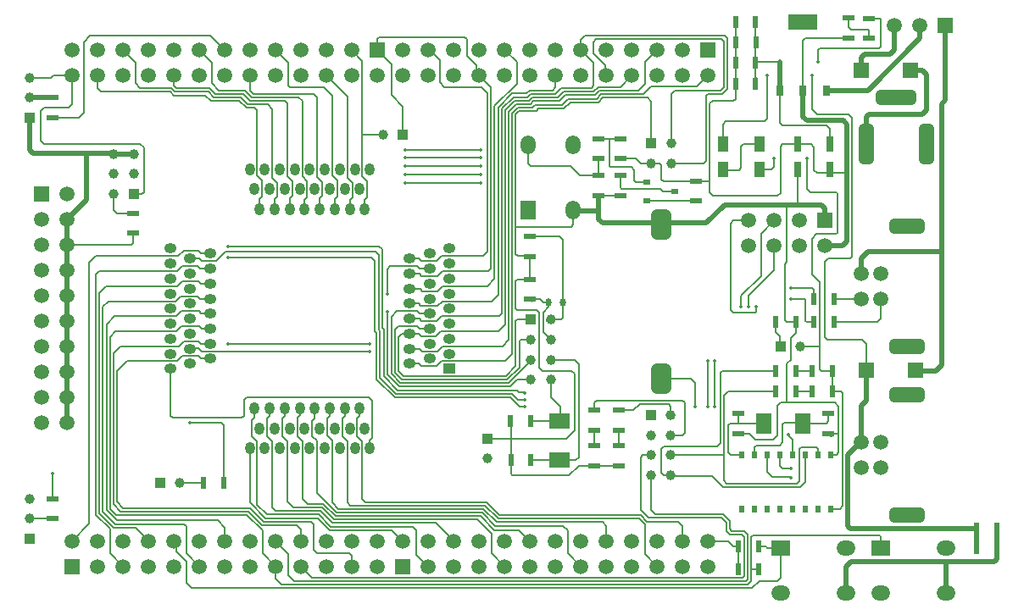
<source format=gtl>
G04*
G04 #@! TF.GenerationSoftware,Altium Limited,Altium Designer,19.1.7 (138)*
G04*
G04 Layer_Physical_Order=1*
G04 Layer_Color=255*
%FSTAX24Y24*%
%MOIN*%
G70*
G01*
G75*
%ADD11C,0.0079*%
%ADD13C,0.0157*%
%ADD15C,0.0197*%
%ADD20R,0.0591X0.0591*%
%ADD21R,0.0315X0.0197*%
%ADD22R,0.0488X0.0236*%
G04:AMPARAMS|DCode=23|XSize=78.7mil|YSize=118.1mil|CornerRadius=19.7mil|HoleSize=0mil|Usage=FLASHONLY|Rotation=0.000|XOffset=0mil|YOffset=0mil|HoleType=Round|Shape=RoundedRectangle|*
%AMROUNDEDRECTD23*
21,1,0.0787,0.0787,0,0,0.0*
21,1,0.0394,0.1181,0,0,0.0*
1,1,0.0394,0.0197,-0.0394*
1,1,0.0394,-0.0197,-0.0394*
1,1,0.0394,-0.0197,0.0394*
1,1,0.0394,0.0197,0.0394*
%
%ADD23ROUNDEDRECTD23*%
%ADD24R,0.0315X0.0630*%
%ADD25R,0.0236X0.0488*%
%ADD26R,0.0591X0.0787*%
%ADD27R,0.0787X0.0591*%
%ADD28R,0.0197X0.0315*%
%ADD29R,0.0394X0.0630*%
%ADD30R,0.1181X0.0591*%
%ADD31R,0.0276X0.0394*%
G04:AMPARAMS|DCode=61|XSize=59.1mil|YSize=137.8mil|CornerRadius=14.8mil|HoleSize=0mil|Usage=FLASHONLY|Rotation=270.000|XOffset=0mil|YOffset=0mil|HoleType=Round|Shape=RoundedRectangle|*
%AMROUNDEDRECTD61*
21,1,0.0591,0.1083,0,0,270.0*
21,1,0.0295,0.1378,0,0,270.0*
1,1,0.0295,-0.0541,-0.0148*
1,1,0.0295,-0.0541,0.0148*
1,1,0.0295,0.0541,0.0148*
1,1,0.0295,0.0541,-0.0148*
%
%ADD61ROUNDEDRECTD61*%
%ADD62C,0.0591*%
%ADD63C,0.0394*%
%ADD64R,0.0394X0.0394*%
%ADD65R,0.0394X0.0394*%
G04:AMPARAMS|DCode=66|XSize=157.5mil|YSize=59.1mil|CornerRadius=14.8mil|HoleSize=0mil|Usage=FLASHONLY|Rotation=90.000|XOffset=0mil|YOffset=0mil|HoleType=Round|Shape=RoundedRectangle|*
%AMROUNDEDRECTD66*
21,1,0.1575,0.0295,0,0,90.0*
21,1,0.1280,0.0591,0,0,90.0*
1,1,0.0295,0.0148,0.0640*
1,1,0.0295,0.0148,-0.0640*
1,1,0.0295,-0.0148,-0.0640*
1,1,0.0295,-0.0148,0.0640*
%
%ADD66ROUNDEDRECTD66*%
G04:AMPARAMS|DCode=67|XSize=157.5mil|YSize=59.1mil|CornerRadius=14.8mil|HoleSize=0mil|Usage=FLASHONLY|Rotation=180.000|XOffset=0mil|YOffset=0mil|HoleType=Round|Shape=RoundedRectangle|*
%AMROUNDEDRECTD67*
21,1,0.1575,0.0295,0,0,180.0*
21,1,0.1280,0.0591,0,0,180.0*
1,1,0.0295,-0.0640,0.0148*
1,1,0.0295,0.0640,0.0148*
1,1,0.0295,0.0640,-0.0148*
1,1,0.0295,-0.0640,-0.0148*
%
%ADD67ROUNDEDRECTD67*%
%ADD68R,0.0591X0.0591*%
%ADD69O,0.0748X0.0591*%
%ADD70R,0.0748X0.0591*%
%ADD71O,0.0236X0.0315*%
%ADD72O,0.0591X0.0748*%
%ADD73R,0.0591X0.0748*%
%ADD74O,0.0472X0.0394*%
%ADD75R,0.0472X0.0394*%
%ADD76O,0.0394X0.0472*%
%ADD77C,0.0138*%
D11*
X044147Y02128D02*
X044276Y021409D01*
Y022196D01*
X042421Y02128D02*
X044147D01*
X042421Y022196D02*
X043489D01*
X042756Y014045D02*
Y018484D01*
X042648Y013937D02*
X042756Y014045D01*
X042299Y013937D02*
X042648D01*
X035736Y026814D02*
X036994D01*
X035647Y026903D02*
X035736Y026814D01*
X035647Y026903D02*
Y027453D01*
X035577Y027523D02*
X035647Y027453D01*
X03523Y027523D02*
X035577D01*
X037527Y026847D02*
Y029877D01*
Y026381D02*
Y026847D01*
X03751Y026831D02*
X037527Y026847D01*
X037008Y026831D02*
X03751D01*
X043138Y023865D02*
Y029325D01*
X04305Y023777D02*
X043138Y023865D01*
X042071Y02069D02*
Y023652D01*
X042197Y023777D02*
X04305D01*
X042071Y023652D02*
X042197Y023777D01*
X043489Y01937D02*
X043691Y019572D01*
Y020419D01*
X043516Y020594D02*
X043691Y020419D01*
X042167Y020594D02*
X043516D01*
X043004Y029459D02*
X043138Y029325D01*
X041752Y029459D02*
X043004D01*
X041552Y029659D02*
X041752Y029459D01*
X044209Y032052D02*
X044276Y03212D01*
X041782Y031985D02*
X04185Y032052D01*
X044209D01*
X041782Y03151D02*
Y031985D01*
X044276Y03212D02*
Y033191D01*
X038556Y031486D02*
Y033086D01*
X041004Y028278D02*
X041515D01*
X04041D02*
X041004D01*
X04175Y027156D02*
X042941D01*
X041295Y032456D02*
X043004D01*
X0412Y032361D02*
X041295Y032456D01*
X0412Y030392D02*
Y032361D01*
X039344Y03149D02*
Y033086D01*
X039342Y030841D02*
Y033085D01*
X014872Y02439D02*
Y024779D01*
X030472Y022972D02*
Y023858D01*
X041552Y029659D02*
Y030985D01*
X040294Y029131D02*
Y030382D01*
X042264Y028278D02*
Y028878D01*
X040294Y029131D02*
X04041Y029016D01*
X042126D01*
X042264Y028878D01*
X042071Y02069D02*
X042167Y020594D01*
X039803Y029278D02*
Y030994D01*
X039698Y029173D02*
X039803Y029278D01*
X038169Y029173D02*
X039698D01*
X038051Y028278D02*
Y029055D01*
X038169Y029173D01*
X034895Y016043D02*
X035226D01*
X034816Y015964D02*
X034895Y016043D01*
X034816Y013897D02*
Y015964D01*
X042352Y018543D02*
X042697D01*
X042756Y018484D01*
X04235Y018546D02*
X042352Y018543D01*
X04235Y018546D02*
Y01937D01*
X02438Y02093D02*
Y023699D01*
X024241Y023839D02*
X02438Y023699D01*
X018593Y023839D02*
X024241D01*
X02438Y02093D02*
X024441Y020868D01*
X024409Y024045D02*
X024518Y023937D01*
Y020987D02*
Y023937D01*
Y020987D02*
X024579Y020925D01*
X017525Y024004D02*
X017894D01*
X024547Y024252D02*
X024656Y024144D01*
Y021044D02*
Y024144D01*
Y021044D02*
X024717Y020982D01*
X018505Y024045D02*
X024409D01*
X018141Y023681D02*
X018505Y024045D01*
X017566Y023681D02*
X018141D01*
X018593Y024252D02*
X024547D01*
X04226Y016898D02*
X042598D01*
X0422D02*
X04226D01*
X042598D02*
Y017967D01*
Y016146D02*
Y016898D01*
X042516Y016063D02*
X042598Y016146D01*
X042299Y016063D02*
X042516D01*
X040561Y018111D02*
X042454D01*
X040332D02*
X040561D01*
X040925Y020871D02*
Y021279D01*
X040718Y020664D02*
X040925Y020871D01*
X040718Y0198D02*
Y020664D01*
X040561Y019643D02*
X040718Y0198D01*
X040561Y018111D02*
Y019643D01*
X039335Y016659D02*
X040042D01*
X039091Y016904D02*
X039335Y016659D01*
X038677Y016904D02*
X039091D01*
X040042Y016659D02*
X040213Y016831D01*
Y017993D01*
X042454Y018111D02*
X042598Y017967D01*
X040213Y017993D02*
X040332Y018111D01*
X037461Y030262D02*
X038033D01*
X037389Y03019D02*
X037461Y030262D01*
X037389Y027618D02*
Y03019D01*
X038033Y030262D02*
X038228Y030458D01*
Y032456D01*
X040965Y025891D02*
X041004Y02593D01*
Y027274D01*
X038858Y028278D02*
X039508D01*
X03878Y028199D02*
X038858Y028278D01*
X03878Y027352D02*
Y028199D01*
X038699Y027272D02*
X03878Y027352D01*
X038053Y027272D02*
X038699D01*
X038051Y027274D02*
X038053Y027272D01*
X037475Y017972D02*
Y019744D01*
X037746Y017972D02*
Y019744D01*
X034026Y026583D02*
Y027048D01*
X034077Y026533D02*
X035588D01*
X034026Y026583D02*
X034077Y026533D01*
X032175Y025123D02*
Y025689D01*
X032092Y025039D02*
X032175Y025123D01*
X029911Y025039D02*
X032092D01*
X040325Y026372D02*
Y028193D01*
X040213Y02626D02*
X040325Y026372D01*
X037648Y02626D02*
X040213D01*
X034577Y026847D02*
X034623Y026801D01*
X035069Y026774D02*
X035072D01*
X034623Y026801D02*
X035069D01*
X035588Y026533D02*
X035694Y026427D01*
X036171D01*
X035069Y026053D02*
X036998D01*
X037008Y026043D01*
X041634Y027272D02*
Y028158D01*
Y027272D02*
X04175Y027156D01*
X041515Y028278D02*
X041634Y028158D01*
X040325Y028193D02*
X04041Y028278D01*
X037527Y026381D02*
X037648Y02626D01*
X036994Y026026D02*
X037006Y026014D01*
X034026Y02626D02*
X034026Y02626D01*
X033169Y02626D02*
X034026D01*
X034642Y027713D02*
X034832Y027523D01*
X03523D01*
X034022Y027713D02*
X034642D01*
X034577Y026847D02*
Y027272D01*
X033644Y027374D02*
X034475D01*
X034577Y027272D01*
X033597Y0285D02*
X034022D01*
X033173D02*
X033597D01*
Y02742D02*
X033644Y027374D01*
X033597Y02742D02*
Y0285D01*
X033169Y028496D02*
X033169D01*
Y028504D02*
X033173Y0285D01*
X033169Y027047D02*
Y027717D01*
X030502Y027431D02*
X03206D01*
X032444Y027047D01*
X033169D01*
X037527Y029877D02*
X037648Y029998D01*
X030404Y027529D02*
X030502Y027431D01*
X030404Y027529D02*
Y028248D01*
X029773Y020031D02*
Y029505D01*
X029635Y020588D02*
Y029562D01*
X029498Y021185D02*
Y029619D01*
X02936Y021619D02*
Y029676D01*
X029222Y022362D02*
Y029733D01*
X029075Y022982D02*
Y029781D01*
X028937Y023386D02*
Y030522D01*
X028799Y024045D02*
Y030295D01*
X025574Y026766D02*
X028535D01*
X039557Y023093D02*
Y02477D01*
X03878Y022315D02*
X039557Y023093D01*
X03878Y021881D02*
Y022315D01*
X040071Y023314D02*
Y024283D01*
X039071Y021881D02*
Y022314D01*
X016157Y023878D02*
X016553D01*
X016553Y023878D02*
X016626D01*
X016553Y023878D02*
X016553Y023878D01*
X038479Y025283D02*
X039071D01*
X039334Y021657D02*
X03937Y021693D01*
X038473Y021657D02*
X039334D01*
X03937Y021693D02*
Y02188D01*
X038366Y021763D02*
X038473Y021657D01*
X038366Y021763D02*
Y025171D01*
X038479Y025283D01*
X039508Y027274D02*
X03997D01*
X042508Y026394D02*
X042559Y026343D01*
X03997Y027274D02*
X040071Y027374D01*
Y027709D01*
X04137Y026533D02*
Y027709D01*
Y026533D02*
X041508Y026394D01*
X042508D01*
X042559Y024803D02*
Y026343D01*
X036014Y015239D02*
X037627D01*
X035728Y015256D02*
X036014D01*
X035623Y015361D02*
X035728Y015256D01*
X035623Y015361D02*
Y016294D01*
X035387Y013713D02*
X038067D01*
X035226Y013873D02*
X035387Y013713D01*
X035226Y013873D02*
Y015256D01*
X034816Y013897D02*
X035138Y013575D01*
X038089Y016026D02*
Y018188D01*
Y01505D02*
Y016026D01*
X038072Y016043D02*
X038089Y016026D01*
X036014Y016043D02*
X038072D01*
X035727Y016398D02*
X037837D01*
X035623Y016294D02*
X035727Y016398D01*
X034791Y018062D02*
X035919D01*
X036014Y017967D01*
Y017618D02*
Y017967D01*
Y016831D02*
X036475D01*
Y0182D02*
X036564Y018111D01*
X036475Y016831D02*
X036564Y01692D01*
Y018111D01*
X037294Y027523D02*
X037389Y027618D01*
X036017Y027523D02*
X037294D01*
X036178Y0304D02*
X037976D01*
X036017Y03024D02*
X036178Y0304D01*
X036017Y028311D02*
Y03024D01*
X03523Y028311D02*
Y02997D01*
X035088Y030111D02*
X03523Y02997D01*
X033346Y030111D02*
X035088D01*
X036978Y01797D02*
Y018878D01*
X036803Y019053D02*
X036978Y018878D01*
X035623Y019053D02*
X036803D01*
X026354Y021909D02*
X026749D01*
X026749Y021909D02*
X026821D01*
X026749Y021909D02*
X026749Y021909D01*
X018593Y020433D02*
X024173D01*
X024173Y020138D02*
X024173Y020138D01*
X017566Y020138D02*
X024173D01*
X017439Y020264D02*
X017566Y020138D01*
X019547Y017409D02*
X019646Y017507D01*
X019547Y016791D02*
Y017409D01*
Y016791D02*
X019744Y016594D01*
X024272Y016738D02*
Y018179D01*
X024173Y016639D02*
X024272Y016738D01*
X024173Y016319D02*
Y016639D01*
X017498Y02338D02*
X017927D01*
X017394Y023484D02*
X017498Y02338D01*
X016783Y023484D02*
X017394D01*
X017427Y024103D02*
X017525Y024004D01*
X01685Y024103D02*
X017427D01*
X016626Y023878D02*
X01685Y024103D01*
X016157Y023878D02*
X016157Y023878D01*
X013396Y023878D02*
X016157D01*
X016586Y023287D02*
X016783Y023484D01*
X013541Y023287D02*
X016586D01*
X016546Y022106D02*
X016743Y022303D01*
X013888Y022106D02*
X016546D01*
X016743Y022303D02*
X017268D01*
X019646Y017507D02*
Y017894D01*
X027039Y020335D02*
X027465D01*
X026842Y020138D02*
X027039Y020335D01*
X026244Y020138D02*
X026842D01*
X027465Y020335D02*
X029382D01*
X027465Y020335D02*
X027465Y020335D01*
X02497Y023484D02*
X025567D01*
X024855Y023369D02*
X02497Y023484D01*
X024855Y022402D02*
Y023369D01*
X026124Y023386D02*
X026516D01*
X026026Y023484D02*
X026124Y023386D01*
X02589Y023484D02*
X026026D01*
X026214Y023091D02*
X026354D01*
X026115Y023189D02*
X026214Y023091D01*
X025728Y023189D02*
X026115D01*
X027024Y023287D02*
X028839D01*
X026827Y023091D02*
X027024Y023287D01*
X026354Y023091D02*
X026827D01*
X027024Y022697D02*
X027465D01*
X026827Y0225D02*
X027024Y022697D01*
X026244Y0225D02*
X026827D01*
X027465Y022697D02*
X028789D01*
X027465Y022697D02*
X027465Y022697D01*
X026821Y021909D02*
X027018Y022106D01*
X026354Y021909D02*
X026354Y021909D01*
X026179Y021909D02*
X026354D01*
X027018Y022106D02*
X027362D01*
X030485Y022172D02*
X030522D01*
X030457D02*
X030485D01*
X030522Y022136D01*
X030472Y022185D02*
X030485Y022172D01*
X030404Y022136D02*
X030522D01*
X03099Y022057D02*
X031201D01*
X030862Y022185D02*
X03099Y022057D01*
X030502Y022185D02*
X030862D01*
X029978Y022972D02*
X030472D01*
X030453Y023878D02*
X030472Y023858D01*
X029911Y022906D02*
X029978Y022972D01*
X029911Y023967D02*
Y025039D01*
X03Y023878D02*
X030453D01*
X029911Y023967D02*
X03Y023878D01*
X031752Y022057D02*
Y02452D01*
X031626Y024646D02*
X031752Y02452D01*
X030473Y024646D02*
X031626D01*
X039557Y02477D02*
X040071Y025283D01*
X019744Y014078D02*
Y016594D01*
X019646Y017894D02*
Y017922D01*
X020827Y017894D02*
Y017922D01*
Y017577D02*
Y017894D01*
X020925Y014211D02*
Y016604D01*
X020728Y016801D02*
X020925Y016604D01*
X020728Y016801D02*
Y017479D01*
X021417Y017894D02*
Y017922D01*
Y017609D02*
Y017894D01*
X021516Y014338D02*
Y016594D01*
X021319Y016791D02*
X021516Y016594D01*
X021319Y016791D02*
Y01751D01*
X022697Y014176D02*
Y016614D01*
X0225Y016811D02*
X022697Y016614D01*
X0225Y016811D02*
Y017479D01*
X023878Y014319D02*
Y016584D01*
X023681Y016781D02*
X023878Y016584D01*
X023681Y016781D02*
Y017479D01*
X022598Y017894D02*
Y017922D01*
X022008Y017894D02*
Y017922D01*
X016319Y017603D02*
X016415Y017507D01*
X019134D01*
X019232Y017605D01*
X016319Y017603D02*
Y019449D01*
X019232Y018218D02*
X019341Y018327D01*
X024124D01*
X025728Y019646D02*
X025773Y019601D01*
X024124Y018327D02*
X024272Y018179D01*
X025728Y023807D02*
X025731Y023805D01*
X019232Y017605D02*
Y018218D01*
X025689Y023189D02*
X025728D01*
X021713Y026201D02*
Y026821D01*
X021516Y027018D02*
X021713Y026821D01*
X021516Y027018D02*
Y029987D01*
X018417Y014964D02*
Y017233D01*
X018339Y017311D02*
X018417Y017233D01*
X017106Y017311D02*
X018339D01*
X025017Y030214D02*
Y031432D01*
X024464Y031985D02*
X025017Y031432D01*
Y030214D02*
X025469Y029763D01*
X025728Y020827D02*
X026101D01*
X039036Y011172D02*
Y012926D01*
X038956Y011091D02*
X039036Y011172D01*
X021211Y011091D02*
X038956D01*
X038067Y0148D02*
X039999D01*
X037627Y015239D02*
X038067Y0148D01*
X038202Y014937D02*
X040948D01*
X038089Y01505D02*
X038202Y014937D01*
X032383Y015964D02*
Y019635D01*
X032218Y0198D02*
X032383Y019635D01*
X031282Y0198D02*
X032218D01*
X029689Y01874D02*
X029962Y019013D01*
X030494D01*
X031282Y018337D02*
X031665Y017954D01*
X031282Y018337D02*
Y019013D01*
X031201Y021881D02*
Y022057D01*
X030984Y021665D02*
X031201Y021881D01*
X030984Y020885D02*
Y021665D01*
Y020885D02*
X031282Y020588D01*
X031752Y021457D02*
Y022057D01*
X031684Y021389D02*
X031752Y021457D01*
X031295Y021389D02*
X031684D01*
X031282Y021375D02*
X031295Y021389D01*
X030846Y019492D02*
Y021657D01*
X02997Y021772D02*
X030731D01*
X030846Y021657D01*
Y019492D02*
X030968Y01937D01*
X032215Y01701D02*
Y019247D01*
X032092Y01937D02*
X032215Y019247D01*
X030968Y01937D02*
X032092D01*
X029632Y018878D02*
X030494Y01974D01*
Y0198D01*
X030049Y020527D02*
X03011Y020588D01*
X030494D01*
X029911Y019546D02*
Y021307D01*
X029979Y021375D01*
X030494D01*
X029911Y021831D02*
X02997Y021772D01*
X025416Y020827D02*
X025728D01*
X015214Y026329D02*
X015285Y0264D01*
X014902Y026329D02*
X015214D01*
X015285Y0264D02*
Y028146D01*
X040341Y011229D02*
Y0124D01*
X03921Y010816D02*
X039491Y011097D01*
X040208D02*
X040341Y011229D01*
X039491Y011097D02*
X040208D01*
X012465Y029849D02*
Y030985D01*
X012327Y029711D02*
X012465Y029849D01*
X011359Y029711D02*
X012327D01*
X011359Y028287D02*
X015144D01*
X015285Y028146D01*
X01123Y028416D02*
X011359Y028287D01*
X01123Y028416D02*
Y029582D01*
X011359Y029711D01*
X011624Y030894D02*
X011715Y030985D01*
X012465D01*
X010787Y030894D02*
X011624D01*
X037976Y0304D02*
X038091Y030515D01*
Y032338D01*
X033081Y032421D02*
X038007D01*
X038091Y032338D01*
X038126Y032559D02*
X038228Y032456D01*
X032632Y032559D02*
X038126D01*
X038553Y030072D02*
Y030669D01*
X038479Y029998D02*
X038553Y030072D01*
X037648Y029998D02*
X038479D01*
X038039Y01937D02*
X040138D01*
X037952Y019283D02*
X038039Y01937D01*
X037952Y016513D02*
Y019283D01*
X042503Y024747D02*
X042559Y024803D01*
X040561Y023644D02*
Y025891D01*
X04185Y020326D02*
Y022864D01*
Y019439D02*
Y020326D01*
Y019439D02*
X041919Y01937D01*
X041552Y023163D02*
X04185Y022864D01*
X041552Y023163D02*
Y024557D01*
X041742Y024747D01*
X042503D01*
X039363Y03151D02*
X040294D01*
X039071Y022314D02*
X040071Y023314D01*
X040561Y021279D02*
X040925D01*
X040482Y021358D02*
Y023565D01*
Y021358D02*
X040561Y021279D01*
X040482Y023565D02*
X040561Y023644D01*
X041299Y021339D02*
Y02215D01*
X041358Y02128D02*
X041634D01*
X041299Y021339D02*
X041358Y02128D01*
X041253Y022196D02*
X041299Y02215D01*
X040718Y022196D02*
X041253D01*
X041552Y022628D02*
X041634Y022546D01*
Y022196D02*
Y022546D01*
X040718Y022628D02*
X041552D01*
X017106Y020264D02*
X017439D01*
X040314Y020337D02*
Y020721D01*
X040138Y020898D02*
X040314Y020721D01*
X040138Y020898D02*
Y021279D01*
X040314Y020337D02*
X040325Y020326D01*
X04062Y016839D02*
Y01686D01*
Y016839D02*
X040799Y016659D01*
X040407Y016542D02*
Y017266D01*
X040283Y016417D02*
X040407Y016542D01*
Y017266D02*
X040464Y017323D01*
X040799Y016063D02*
Y016659D01*
X0422Y017737D02*
X042208D01*
X03936Y016417D02*
X040283D01*
X0393Y016357D02*
X03936Y016417D01*
X0393Y016064D02*
Y016357D01*
X040464Y017323D02*
X041185D01*
X041113Y020326D02*
X04185D01*
X041919Y01937D02*
X04235D01*
X041799Y016063D02*
Y016291D01*
X041741Y01635D02*
X041799Y016291D01*
X041117Y01635D02*
X041741D01*
X04105Y016283D02*
X041117Y01635D01*
X04105Y015039D02*
Y016283D01*
X032475Y032402D02*
X032632Y032559D01*
X017148Y010816D02*
X03921D01*
X039799Y012402D02*
X040339D01*
X040341Y0124D01*
X039751Y01245D02*
X039799Y012402D01*
X039465Y01245D02*
X039751D01*
X0117Y014331D02*
Y015315D01*
X023994Y014202D02*
X028757D01*
X023878Y014319D02*
X023994Y014202D01*
X023405Y014065D02*
X028699D01*
X023287Y014183D02*
X023405Y014065D01*
X023287Y014183D02*
Y016595D01*
X022598Y017577D02*
Y017894D01*
X022946Y013927D02*
X028642D01*
X022697Y014176D02*
X022946Y013927D01*
X022008Y017479D02*
Y017894D01*
X037475Y012665D02*
X038257D01*
X038473Y01245D02*
X038677D01*
X038257Y012665D02*
X038473Y01245D01*
X025567Y023484D02*
X025567Y023484D01*
X02589D01*
X02589Y023484D01*
X026354Y023091D02*
X026354Y023091D01*
X03005Y017972D02*
X030256D01*
X029696Y018327D02*
X03005Y017972D01*
X025151Y018327D02*
X029696D01*
X025266Y018602D02*
X029961D01*
X030044Y018519D01*
X030233D01*
X030256Y018496D01*
X03Y018239D02*
X030257D01*
X029774Y018465D02*
X03Y018239D01*
X025208Y018465D02*
X029774D01*
X024441Y019037D02*
Y020868D01*
Y019037D02*
X025151Y018327D01*
X031665Y017421D02*
Y017954D01*
X031624Y01738D02*
X031665Y017421D01*
X025323Y01874D02*
X029689D01*
X02538Y018878D02*
X029632D01*
X029575Y019016D02*
X030049Y019489D01*
X025437Y019016D02*
X029575D01*
X029518Y019154D02*
X029911Y019546D01*
X025494Y019154D02*
X029518D01*
X024855Y019208D02*
X025323Y01874D01*
X025293Y019355D02*
X025494Y019154D01*
X024717Y019151D02*
X025266Y018602D01*
X025017Y01924D02*
X02538Y018878D01*
X025155Y019297D02*
X025437Y019016D01*
X029715Y015846D02*
Y016702D01*
X031908D01*
X028789D02*
X029715D01*
X031908D02*
X032215Y01701D01*
X032264Y015845D02*
X032383Y015964D01*
X031624Y015845D02*
X032264D01*
X030049Y019489D02*
Y020527D01*
X024579Y019094D02*
X025208Y018465D01*
X024579Y019094D02*
Y020925D01*
X024717Y019151D02*
Y020982D01*
X024855Y019208D02*
Y021705D01*
X025017Y01924D02*
Y021485D01*
X025155Y019297D02*
Y020982D01*
X025293Y019355D02*
Y020704D01*
X01423Y025567D02*
X014873D01*
X014114Y025682D02*
X01423Y025567D01*
X014114Y025682D02*
Y026329D01*
X041299Y014984D02*
Y016063D01*
X039999Y0148D02*
X040002Y014797D01*
X041112D01*
X041299Y014984D01*
X040948Y014937D02*
X04105Y015039D01*
X038263Y016172D02*
X038372Y016063D01*
X03874D02*
X0388Y016003D01*
X03874Y016063D02*
X038799D01*
X038372D02*
X03874D01*
X038263Y016172D02*
Y017236D01*
X041185Y017323D02*
X041208Y0173D01*
X039299Y016063D02*
X0393Y016064D01*
X037837Y016398D02*
X037952Y016513D01*
X038263Y017236D02*
X038327Y0173D01*
X041208D02*
X042116D01*
X042208Y017392D02*
Y017677D01*
X0422Y017685D02*
X042208Y017677D01*
X042116Y0173D02*
X042208Y017392D01*
X038327Y0173D02*
X038677D01*
Y017691D01*
Y0173D02*
X039672D01*
X038677Y017691D02*
X038803D01*
X038092Y01819D02*
Y018376D01*
X03826Y018543D02*
X040138D01*
X038092Y018376D02*
X03826Y018543D01*
X038089Y018188D02*
X038092Y01819D01*
X040925Y01937D02*
X041563D01*
X040925Y018543D02*
X041565D01*
X019449Y016319D02*
Y016347D01*
X017467Y02378D02*
X017566Y023681D01*
X017134Y02378D02*
X017467D01*
X013403Y02315D02*
X013541Y023287D01*
X013403Y013697D02*
Y02315D01*
X013145Y023628D02*
X013396Y023878D01*
X013145Y013346D02*
Y023628D01*
X029715Y015315D02*
Y015846D01*
X030502D02*
X030503Y015845D01*
X031624D01*
X030522Y022136D02*
X030551Y022106D01*
X032383Y01563D02*
X033006D01*
X029773Y015256D02*
X032009D01*
X032383Y01563D01*
X03206Y029934D02*
X033169D01*
X034737Y030387D02*
X035Y03065D01*
X033207Y030387D02*
X034737D01*
X03303Y03021D02*
X033207Y030387D01*
X031857Y03021D02*
X03303D01*
X034015Y030525D02*
X034475Y030985D01*
X03315Y030525D02*
X034015D01*
X032973Y030348D02*
X03315Y030525D01*
X0318Y030348D02*
X032973D01*
Y030573D02*
Y031487D01*
X032885Y030485D02*
X032973Y030573D01*
X03171Y030485D02*
X032885D01*
X033264Y030249D02*
X034924D01*
X033169Y029934D02*
X033346Y030111D01*
X029911Y021831D02*
Y022906D01*
X029911Y02504D02*
Y029448D01*
X029911Y025039D02*
X029911Y02504D01*
Y029448D02*
X030047Y029584D01*
X030717D01*
X030809Y029676D01*
X031802D01*
X03206Y029934D01*
X029075Y029781D02*
X02995Y030656D01*
X029977Y030273D02*
X02998Y030276D01*
X028475Y030985D02*
X028937Y030522D01*
X02999Y029722D02*
X030552D01*
X028967Y022106D02*
X029222Y022362D01*
X029486Y019744D02*
X029773Y020031D01*
X029933Y02986D02*
X030494D01*
X029819Y030135D02*
X03038D01*
X02998Y030276D02*
X030326D01*
X028839Y023287D02*
X028937Y023386D01*
X028563Y030531D02*
X028799Y030295D01*
X03045Y0304D02*
X03135D01*
X029241Y020929D02*
X029498Y021185D01*
X029635Y029562D02*
X029933Y02986D01*
X029382Y020335D02*
X029635Y020588D01*
X029762Y030273D02*
X029977D01*
X028632Y023878D02*
X028799Y024045D01*
X028789Y022697D02*
X029075Y022982D01*
X030326Y030276D02*
X03045Y0304D01*
X029876Y029998D02*
X030437D01*
X028377Y031083D02*
X028475Y030985D01*
X02936Y029676D02*
X029819Y030135D01*
X029257Y021516D02*
X02936Y021619D01*
X029222Y029733D02*
X029762Y030273D01*
X029498Y029619D02*
X029876Y029998D01*
X029773Y029505D02*
X02999Y029722D01*
X035225Y03055D02*
X03704D01*
X029218Y013546D02*
X034777D01*
X03499Y01215D02*
Y013333D01*
X034777Y013546D02*
X03499Y013333D01*
X034816Y013702D02*
X035081Y013437D01*
X029257Y013702D02*
X034816D01*
X035081Y013437D02*
X036288D01*
X023189Y017577D02*
Y017894D01*
X039174Y012826D02*
X039225Y012877D01*
X041611D01*
X044226D01*
X044276Y012826D01*
Y0124D02*
Y012826D01*
X033086Y0182D02*
X036475D01*
X033967Y017815D02*
X034544D01*
X034791Y018062D01*
X036144Y017528D02*
Y017618D01*
X03301Y017811D02*
Y018125D01*
X033086Y0182D01*
X029715Y015315D02*
X029773Y015256D01*
X029715Y016702D02*
Y017401D01*
X029714Y017401D02*
X029715Y017401D01*
X030523Y01738D02*
X031624D01*
X035138Y013575D02*
X037992D01*
X038189Y013378D01*
X038067Y013713D02*
X038327Y013453D01*
X036288Y013437D02*
X036475Y01325D01*
X038898Y013064D02*
X039036Y012926D01*
X038409Y013064D02*
X038898D01*
X038798Y012926D02*
X038898Y012826D01*
X038317Y012926D02*
X038798D01*
X038189Y013054D02*
X038317Y012926D01*
X038327Y013146D02*
X038409Y013064D01*
X038327Y013146D02*
Y013453D01*
X038189Y013054D02*
Y013378D01*
X02378Y017577D02*
Y017894D01*
X040407Y01551D02*
X040718D01*
X040299Y015618D02*
X040407Y01551D01*
X040299Y015618D02*
Y016063D01*
X040708Y015175D02*
X040718Y015165D01*
X039999Y015175D02*
X040708D01*
X039799Y015375D02*
X039999Y015175D01*
X039799Y015375D02*
Y016063D01*
X038898Y011291D02*
Y012826D01*
X012933Y029528D02*
Y032304D01*
X012725Y029319D02*
X012933Y029528D01*
X0117Y029319D02*
X012725D01*
X031131Y021329D02*
X031177Y021375D01*
X012465Y012665D02*
X013145Y013346D01*
X013954Y013937D02*
X014195Y013695D01*
X013954Y020703D02*
X014176Y020925D01*
X01423Y01422D02*
X014479Y013971D01*
X01423Y019353D02*
X014621Y019744D01*
X013403Y013697D02*
X01395Y01315D01*
X013541Y013754D02*
X014095Y0132D01*
X013541Y022428D02*
X013809Y022697D01*
X013816Y01388D02*
X01422Y013476D01*
X013816Y021192D02*
X01414Y021516D01*
X013678Y013823D02*
X014163Y013338D01*
X013678Y021897D02*
X013888Y022106D01*
X014092Y014108D02*
X014367Y013833D01*
X014092Y020053D02*
X014374Y020335D01*
X01423Y01422D02*
Y019353D01*
X014092Y014108D02*
Y020053D01*
X013954Y013937D02*
Y020703D01*
X013816Y01388D02*
Y021192D01*
X013678Y013823D02*
Y021897D01*
X013541Y013754D02*
Y022428D01*
X038556Y030672D02*
Y031486D01*
X038553Y030669D02*
X038556Y030672D01*
X026007Y012133D02*
Y01308D01*
X022643Y013238D02*
X02585D01*
X026007Y01308D01*
X02335Y01219D02*
X023464Y012075D01*
X022108Y01219D02*
X02335D01*
X021965Y012333D02*
X022108Y01219D01*
X023464Y011665D02*
Y012075D01*
X021965Y012333D02*
Y01332D01*
X021854Y013431D02*
X021965Y01332D01*
X019988Y013431D02*
X021854D01*
X019931Y013294D02*
X021288D01*
X021465Y013117D01*
Y012665D02*
Y013117D01*
X019335Y013695D02*
X01995Y01308D01*
Y01218D02*
Y01308D01*
X014195Y013695D02*
X019335D01*
X019392Y013833D02*
X019931Y013294D01*
X014367Y013833D02*
X019392D01*
X020115Y013707D02*
X022174D01*
X019744Y014078D02*
X020115Y013707D01*
X020054Y013569D02*
X022117D01*
X019449Y014174D02*
X020054Y013569D01*
X019449Y014174D02*
Y016319D01*
X027659Y021516D02*
X029257D01*
X028075Y020929D02*
X029241D01*
X027303Y019744D02*
X029486D01*
X02069Y010954D02*
X039036D01*
X021901Y011229D02*
X038836D01*
X021465Y011665D02*
X021901Y011229D01*
X020976Y011326D02*
X021211Y011091D01*
X020976Y011326D02*
Y012154D01*
X020465Y011179D02*
X02069Y010954D01*
X020465Y011179D02*
Y011665D01*
X01695Y011013D02*
X017148Y010816D01*
X01695Y011013D02*
Y011869D01*
X023878Y028661D02*
Y031571D01*
Y027022D02*
Y028661D01*
X024682D01*
X025469D02*
Y029763D01*
X025574Y027102D02*
X028535D01*
X025571Y027431D02*
X028533D01*
X02853Y028051D02*
X028533Y028054D01*
X025571Y028051D02*
X02853D01*
X025571Y027766D02*
X028533D01*
X012264Y024311D02*
X014793D01*
X012264Y024311D02*
X012264Y024311D01*
X014793D02*
X014872Y02439D01*
X016713Y014964D02*
X017629D01*
X017629Y014964D01*
X019843Y026133D02*
X019941Y026231D01*
X019843Y025756D02*
Y026133D01*
Y025728D02*
Y025756D01*
X020335Y026965D02*
Y029664D01*
Y026965D02*
X020531Y026769D01*
Y026231D02*
Y026769D01*
X020433Y026133D02*
X020531Y026231D01*
X020433Y025728D02*
Y026133D01*
X020921Y027022D02*
X021122Y026821D01*
Y02624D02*
Y026821D01*
X021024Y026141D02*
X021122Y02624D01*
X021024Y025756D02*
Y026141D01*
X021614Y026102D02*
X021713Y026201D01*
X021614Y025728D02*
Y026102D01*
X022106Y026998D02*
X022303Y026802D01*
Y02625D02*
Y026802D01*
X022205Y026152D02*
X022303Y02625D01*
X022205Y025756D02*
Y026152D01*
X022697Y027051D02*
X022894Y026854D01*
Y0264D02*
Y026854D01*
Y0264D02*
X022894Y0264D01*
Y02621D02*
Y0264D01*
X022801Y026117D02*
X022894Y02621D01*
X022801Y025734D02*
Y026117D01*
X023287Y026963D02*
Y030162D01*
Y026963D02*
X023484Y026766D01*
Y026189D02*
Y026766D01*
X023386Y02609D02*
X023484Y026189D01*
X023386Y025756D02*
Y02609D01*
X023878Y027022D02*
X024075Y026825D01*
Y0262D02*
Y026825D01*
X023976Y026102D02*
X024075Y0262D01*
X023976Y025728D02*
Y026102D01*
X033006Y01563D02*
X033793D01*
X024464Y031985D02*
X024469Y031989D01*
Y032431D01*
X024537Y0325D01*
X028377Y031083D02*
Y031383D01*
X027992Y031768D02*
X028377Y031383D01*
X027992Y031768D02*
Y032411D01*
X024537Y0325D02*
X027904D01*
X027992Y032411D01*
X0438Y033237D02*
X04423D01*
X044276Y033191D01*
X030552Y029722D02*
X030666Y029837D01*
X030494Y02986D02*
X030609Y029974D01*
X027112Y030531D02*
X028563D01*
X026925Y030719D02*
X027112Y030531D01*
X032475Y031985D02*
Y032402D01*
X032953Y031871D02*
Y032293D01*
X033081Y032421D01*
X032953Y031871D02*
X033425Y031398D01*
Y031034D02*
Y031398D01*
Y031034D02*
X033475Y030985D01*
X027141Y023878D02*
X027465D01*
Y023878D02*
X028632D01*
X026925Y030719D02*
Y031575D01*
X02995Y030656D02*
Y031509D01*
X030437Y029998D02*
X030552Y030112D01*
X030666Y029837D02*
X031715D01*
X030552Y030112D02*
X031565D01*
X030609Y029974D02*
X031622D01*
X03038Y030135D02*
X030495Y03025D01*
X027362Y022106D02*
X028967D01*
X026969Y020925D02*
X028071D01*
X028075Y020929D01*
X03499Y01215D02*
X035475Y011665D01*
X038677Y011572D02*
Y01245D01*
X026207Y023681D02*
X026799D01*
X026083Y023805D02*
X026207Y023681D01*
X025731Y023805D02*
X026083D01*
X026799Y023681D02*
X026996Y023878D01*
X013809Y022697D02*
X016157D01*
X013179Y032551D02*
X017899D01*
X012933Y032304D02*
X013179Y032551D01*
X022697Y027051D02*
Y030181D01*
X022106Y026998D02*
Y030121D01*
X020921Y027022D02*
Y027137D01*
X020925Y027141D01*
Y029888D01*
X019744Y02725D02*
Y029613D01*
Y02725D02*
X019744Y02725D01*
Y027062D02*
Y02725D01*
Y027062D02*
X019941Y026865D01*
Y026231D02*
Y026865D01*
X021379Y030124D02*
X021516Y029987D01*
X020827Y029987D02*
X020925Y029888D01*
X019602Y030262D02*
X021965D01*
X021025Y030525D02*
X022353D01*
X022795Y025728D02*
X022801Y025734D01*
X022353Y030525D02*
X022697Y030181D01*
X019376Y029849D02*
X02015D01*
X022465Y030985D02*
X023287Y030162D01*
X019043Y029987D02*
X019319Y029711D01*
X019526Y030124D02*
X021379D01*
X019469Y029987D02*
X020827D01*
X021965Y030262D02*
X022106Y030121D01*
X019646Y029711D02*
X019744Y029613D01*
X019319Y029711D02*
X019646D01*
X02015Y029849D02*
X020335Y029664D01*
X023465Y031985D02*
X023878Y031571D01*
X039036Y010954D02*
X039174Y011091D01*
X038836Y011229D02*
X038898Y011291D01*
X039174Y011587D02*
Y012826D01*
Y011091D02*
Y011587D01*
X039189Y011572D01*
X039465D01*
X016563Y012256D02*
X01695Y011869D01*
X016563Y012256D02*
Y012567D01*
X016465Y012665D02*
X016563Y012567D01*
X03397Y01701D02*
X033975Y017014D01*
X03397Y016407D02*
Y01701D01*
X033006Y017019D02*
X03301Y017024D01*
X033006Y016417D02*
Y017019D01*
X036475Y012666D02*
Y01325D01*
X026091Y019646D02*
X026189Y019547D01*
X025728Y019646D02*
X026091D01*
X026145Y020236D02*
X026244Y020138D01*
X025728Y020236D02*
X026145D01*
X026115Y021417D02*
X026214Y021319D01*
X026996Y021516D02*
X027659D01*
X025728Y021417D02*
X026115D01*
X027659Y021516D02*
X027659Y021516D01*
X026179Y021909D02*
Y021912D01*
X026083Y022008D02*
X026179Y021912D01*
X025728Y022008D02*
X026083D01*
X026152Y022591D02*
X026244Y0225D01*
X025735Y022591D02*
X026152D01*
X025728Y022598D02*
X025735Y022591D01*
X027141Y023878D02*
X027141Y023878D01*
X026996Y023878D02*
X027141D01*
X025244Y021713D02*
X026033D01*
X026131Y021614D01*
X026516D01*
X025017Y021485D02*
X025244Y021713D01*
X025295Y021122D02*
X026033D01*
X025155Y020982D02*
X025295Y021122D01*
X026033D02*
X026131Y021024D01*
X026516D01*
X026799Y021319D02*
X026996Y021516D01*
X026214Y021319D02*
X026799D01*
X026772Y020728D02*
X026969Y020925D01*
X0262Y020728D02*
X026772D01*
X026101Y020827D02*
X0262Y020728D01*
X025293Y020704D02*
X025416Y020827D01*
X026803Y019547D02*
X027Y019744D01*
X027303D01*
X027303Y019744D01*
X026189Y019547D02*
X026803D01*
X017428Y019941D02*
X017526Y019843D01*
X016614Y019744D02*
X016811Y019941D01*
X014621Y019744D02*
X016614D01*
X017526Y019843D02*
X017894D01*
X016811Y019941D02*
X017428D01*
X016794Y022894D02*
X017431D01*
X016597Y022697D02*
X016794Y022894D01*
X016157Y022697D02*
X016597D01*
X017431Y022894D02*
X017529Y022795D01*
X016157Y022697D02*
X016157Y022697D01*
X017433Y020531D02*
X017532Y020433D01*
X014374Y020335D02*
X016672D01*
X017532Y020433D02*
X017894D01*
X016757Y021122D02*
X017452D01*
X01656Y020925D02*
X016757Y021122D01*
X014176Y020925D02*
X01656D01*
X01755Y021024D02*
X017866D01*
X017452Y021122D02*
X01755Y021024D01*
X01788Y021038D02*
X017894Y021024D01*
X017452Y021713D02*
X017539Y021625D01*
X01414Y021516D02*
X016508D01*
X017539Y021625D02*
X017883D01*
X017894Y021614D01*
X016508Y021516D02*
X016574D01*
X016508Y021516D02*
X016508Y021516D01*
X017268Y022303D02*
X017413D01*
X017512Y022205D01*
X017894D01*
X017268Y022303D02*
X017268Y022303D01*
X017529Y022795D02*
X017894D01*
X016574Y021516D02*
X01677Y021713D01*
X017452D01*
X016869Y020531D02*
X017433D01*
X016672Y020335D02*
X016869Y020531D01*
X034924Y030249D02*
X035225Y03055D01*
X035Y03065D02*
Y03151D01*
X017899Y032551D02*
X018465Y031985D01*
X010787Y013543D02*
X0117D01*
X020465Y012665D02*
X020976Y012154D01*
X035Y03151D02*
X035475Y031985D01*
X0438Y03245D02*
Y032754D01*
X043754Y0328D02*
X0438Y032754D01*
X0431Y0328D02*
X043754D01*
X043004Y032896D02*
X0431Y0328D01*
X043004Y032896D02*
Y033244D01*
X023681Y017479D02*
X02378Y017577D01*
X023091Y016791D02*
X023287Y016595D01*
X023091Y016791D02*
Y017479D01*
X023189Y017577D01*
X0225Y017479D02*
X022598Y017577D01*
X021909Y01738D02*
X022008Y017479D01*
X021909Y017296D02*
Y01738D01*
X022106Y014554D02*
Y016607D01*
X021909Y016804D02*
X022106Y016607D01*
X021909Y016804D02*
Y017296D01*
X021909Y017296D01*
X020728Y017479D02*
X020827Y017577D01*
X020138Y016791D02*
Y0175D01*
Y016791D02*
X020335Y016595D01*
X020138Y0175D02*
X020236Y017598D01*
X020335Y013975D02*
Y016595D01*
X021319Y01751D02*
X021417Y017609D01*
X020236Y017598D02*
Y017922D01*
X022106Y014554D02*
X022872Y013789D01*
X028585D01*
X022815Y013651D02*
X028528D01*
X022345Y01412D02*
X022815Y013651D01*
X021734Y01412D02*
X022345D01*
X022758Y013513D02*
X028387D01*
X022288Y013983D02*
X022758Y013513D01*
X021153Y013983D02*
X022288D01*
X0227Y013376D02*
X026774D01*
X022231Y013845D02*
X0227Y013376D01*
X020465Y013845D02*
X022231D01*
X021516Y014338D02*
X021734Y01412D01*
X020925Y014211D02*
X021153Y013983D01*
X020335Y013975D02*
X020465Y013845D01*
X022174Y013707D02*
X022643Y013238D01*
X022117Y013569D02*
X022586Y0131D01*
X014479Y013971D02*
X019449D01*
X019988Y013431D01*
X022586Y0131D02*
X02504D01*
X026774Y013376D02*
X027475Y012675D01*
X028528Y013651D02*
X029079Y0131D01*
X028757Y014202D02*
X029257Y013702D01*
X028699Y014065D02*
X029218Y013546D01*
X028642Y013927D02*
X029161Y013409D01*
X028387Y013513D02*
X02895Y01295D01*
X028585Y013789D02*
X029104Y013271D01*
X026007Y012133D02*
X026475Y011665D01*
X02504Y0131D02*
X025475Y012665D01*
X029104Y013271D02*
X031779D01*
X03195Y0131D01*
Y01219D02*
Y0131D01*
Y01219D02*
X032475Y011665D01*
X02095Y0306D02*
X021025Y030525D01*
X02095Y0306D02*
Y031499D01*
X013465Y030481D02*
Y030985D01*
Y030481D02*
X013603Y030342D01*
X016318D01*
X016455Y030205D01*
X0177D01*
X017918Y029987D01*
X019043D01*
X01495Y030675D02*
X015144Y030481D01*
X016375D02*
X016512Y030343D01*
X015144Y030481D02*
X016375D01*
X01495Y030675D02*
Y031499D01*
X016512Y030343D02*
X017819D01*
X018037Y030124D01*
X0191D01*
X019376Y029849D01*
X01645Y0306D02*
Y03097D01*
Y0306D02*
X016569Y030481D01*
X017876D01*
X018095Y030262D01*
X019193D01*
X019469Y029987D01*
X01795Y030675D02*
Y031499D01*
Y030675D02*
X018225Y0304D01*
X01925D01*
X019526Y030124D01*
X019465Y0304D02*
Y030985D01*
Y0304D02*
X019602Y030262D01*
X032475Y031985D02*
X032973Y031487D01*
X03704Y03055D02*
X037475Y030985D01*
X033087Y030072D02*
X033264Y030249D01*
X03195Y030072D02*
X033087D01*
X031715Y029837D02*
X03195Y030072D01*
X031622Y029974D02*
X031857Y03021D01*
X031565Y030112D02*
X0318Y030348D01*
X031475Y03025D02*
X03171Y030485D01*
X030495Y03025D02*
X031475D01*
X031475Y030525D02*
Y030985D01*
X03135Y0304D02*
X031475Y030525D01*
X033475Y012665D02*
Y01325D01*
X033316Y013409D02*
X033475Y01325D01*
X029161Y013409D02*
X033316D01*
X03004Y0131D02*
X030475Y012665D01*
X029079Y0131D02*
X03004D01*
X02895Y01219D02*
Y01295D01*
X027475Y012665D02*
Y012675D01*
X02895Y01219D02*
X029475Y011665D01*
X021024Y025728D02*
Y025756D01*
X022205Y025728D02*
Y025756D01*
X023386Y025728D02*
Y025756D01*
X01995Y01218D02*
X020465Y011665D01*
X01422Y013476D02*
X018184D01*
X014163Y013338D02*
X016862D01*
X014095Y0132D02*
X01495D01*
X01395Y01218D02*
Y01315D01*
X018184Y013476D02*
X018465Y013195D01*
X015465Y012665D02*
Y012685D01*
X016862Y013338D02*
X01695Y01325D01*
X01495Y0132D02*
X015465Y012685D01*
X018465Y012665D02*
Y013195D01*
X01695Y01218D02*
Y01325D01*
Y01218D02*
X017465Y011665D01*
X01395Y01218D02*
X014465Y011665D01*
X014465Y031985D02*
X01495Y031499D01*
X01645Y03097D02*
X016465Y030985D01*
X017465Y031985D02*
X01795Y031499D01*
X020465Y031985D02*
X02095Y031499D01*
X026516Y031985D02*
X026925Y031575D01*
X026475Y031985D02*
X026516D01*
X029475Y031985D02*
X02995Y031509D01*
D13*
X04226Y016898D02*
X042299Y016858D01*
X03934Y030669D02*
Y030839D01*
X039342Y030841D01*
X042299Y016063D02*
X0423Y016064D01*
D15*
X043691Y018188D02*
Y01938D01*
X043489Y016545D02*
Y017986D01*
X043691Y018188D01*
X043494Y031693D02*
X043632Y031831D01*
X043494Y031191D02*
Y031693D01*
Y031191D02*
X043494Y031191D01*
X043489D02*
X043494D01*
X043632Y031831D02*
X044646D01*
X046063Y029626D02*
Y031024D01*
X043806Y029459D02*
X045896D01*
X043691Y028278D02*
Y029343D01*
X045896Y029459D02*
X046063Y029626D01*
X043691Y029343D02*
X043806Y029459D01*
X045435Y031191D02*
X045896D01*
X046063Y031024D01*
X043748Y030392D02*
X0458Y032444D01*
X042115Y030392D02*
X043748D01*
X0458Y032444D02*
Y03295D01*
X0448Y031985D02*
Y03295D01*
X044646Y031831D02*
X0448Y031985D01*
X046654Y029872D02*
X0468Y030018D01*
Y03295D01*
X046654Y024055D02*
Y029872D01*
Y019577D02*
Y024055D01*
X046447Y01937D02*
X046654Y019577D01*
X04543Y01937D02*
X046447D01*
X043767Y024055D02*
X046654D01*
X033319Y025179D02*
X037414D01*
X042941Y027156D02*
Y029055D01*
X0412Y029371D02*
Y030392D01*
X042783Y029213D02*
X042941Y029055D01*
X041358Y029213D02*
X042783D01*
X0412Y029371D02*
X041358Y029213D01*
X042953Y013255D02*
Y016043D01*
X043455Y016545D01*
X043489D01*
Y023777D02*
X043767Y024055D01*
X043489Y02318D02*
Y023777D01*
X043068Y01314D02*
X048023D01*
X04803Y013147D01*
X042953Y013255D02*
X043068Y01314D01*
X010787Y028071D02*
X010926Y027933D01*
X013032Y026079D02*
Y027933D01*
X012264Y025311D02*
X013032Y026079D01*
X033169Y025329D02*
X033319Y025179D01*
X038125Y025891D02*
X040561D01*
X037414Y025179D02*
X038125Y025891D01*
X033169Y025669D02*
Y02626D01*
Y025329D02*
Y025669D01*
X032195D02*
X033169D01*
X032175Y025689D02*
X032195Y025669D01*
X042941Y024469D02*
Y027156D01*
X042756Y024283D02*
X042941Y024469D01*
X042071Y024283D02*
X042756D01*
X014114Y027904D02*
X014902D01*
X040965Y025891D02*
X041934D01*
X040561D02*
X040965D01*
X042071Y025284D02*
Y025754D01*
X041934Y025891D02*
X042071Y025754D01*
X040294Y030382D02*
Y03151D01*
X044271Y022191D02*
X044276Y022196D01*
X04803Y012402D02*
Y013147D01*
X013032Y027933D02*
X014085D01*
X010926D02*
X013032D01*
X039344Y03149D02*
X039363Y03151D01*
X04311Y01185D02*
X046835D01*
X0429Y010628D02*
Y011641D01*
X04311Y01185D01*
X048818Y012402D02*
Y013147D01*
X046835Y01185D02*
X048719D01*
X048818Y011949D01*
X046835Y010628D02*
Y01185D01*
X048818Y011949D02*
Y012402D01*
X039342Y033085D02*
X039344Y033086D01*
X010787Y028071D02*
Y029319D01*
Y030107D02*
X0117D01*
X012264Y024311D02*
Y025311D01*
Y023311D02*
Y024311D01*
Y022311D02*
Y023311D01*
Y021311D02*
Y022311D01*
Y020311D02*
Y021311D01*
Y019311D02*
Y020311D01*
Y018311D02*
Y019311D01*
Y017311D02*
Y018311D01*
D20*
X045632Y01938D02*
D03*
X043691D02*
D03*
X043494Y031191D02*
D03*
X045435D02*
D03*
X042071Y025284D02*
D03*
X025475Y011665D02*
D03*
X024464Y031985D02*
D03*
X037475Y031985D02*
D03*
X012465Y011665D02*
D03*
D21*
X035069Y026053D02*
D03*
Y026801D02*
D03*
X036171Y026427D02*
D03*
D22*
X037008Y026043D02*
D03*
Y026831D02*
D03*
X034026Y027048D02*
D03*
Y02626D02*
D03*
X033169Y02626D02*
D03*
Y027047D02*
D03*
Y028504D02*
D03*
Y027717D02*
D03*
X034022Y0285D02*
D03*
Y027713D02*
D03*
X0438Y033237D02*
D03*
Y03245D02*
D03*
X043004Y033244D02*
D03*
Y032456D02*
D03*
X038677Y017691D02*
D03*
Y016904D02*
D03*
X033967Y017815D02*
D03*
Y017028D02*
D03*
X03301Y017811D02*
D03*
Y017024D02*
D03*
X033006Y01563D02*
D03*
Y016417D02*
D03*
X033976Y01563D02*
D03*
Y016417D02*
D03*
X030472Y022972D02*
D03*
Y022185D02*
D03*
X030473Y023858D02*
D03*
Y024646D02*
D03*
X0117Y013543D02*
D03*
Y014331D02*
D03*
X014873Y025567D02*
D03*
Y024779D02*
D03*
X0117Y030107D02*
D03*
Y029319D02*
D03*
X0422Y016898D02*
D03*
Y017685D02*
D03*
D23*
X035623Y019053D02*
D03*
Y025136D02*
D03*
D24*
X042264Y028278D02*
D03*
X041004D02*
D03*
X042264Y027274D02*
D03*
X041004D02*
D03*
D25*
X040925Y021279D02*
D03*
X040138D02*
D03*
X041565Y018543D02*
D03*
X042352D02*
D03*
X04803Y013147D02*
D03*
X048818D02*
D03*
X038553Y030669D02*
D03*
X03934D02*
D03*
X038556Y031486D02*
D03*
X039344D02*
D03*
X038563Y032287D02*
D03*
X03935D02*
D03*
X038556Y033086D02*
D03*
X039344D02*
D03*
X048818Y012402D02*
D03*
X04803D02*
D03*
X038677Y01245D02*
D03*
X039465D02*
D03*
X038677Y011572D02*
D03*
X039465D02*
D03*
X041563Y01937D02*
D03*
X04235D02*
D03*
X029715Y015846D02*
D03*
X030502D02*
D03*
X029714Y017401D02*
D03*
X030502D02*
D03*
X018417Y014964D02*
D03*
X017629D02*
D03*
X040925Y01937D02*
D03*
X040138D02*
D03*
X040925Y018543D02*
D03*
X040138D02*
D03*
X042421Y022196D02*
D03*
X041634D02*
D03*
X042421Y02128D02*
D03*
X041634D02*
D03*
D26*
X039672Y0173D02*
D03*
X041208D02*
D03*
D27*
X031624Y015845D02*
D03*
Y01738D02*
D03*
D28*
X042299Y016063D02*
D03*
X041799D02*
D03*
X041299D02*
D03*
X040799D02*
D03*
X040299D02*
D03*
X039799D02*
D03*
X039299D02*
D03*
X038799D02*
D03*
Y013937D02*
D03*
X039299D02*
D03*
X039799D02*
D03*
X040299D02*
D03*
X040799D02*
D03*
X041299D02*
D03*
X041799D02*
D03*
X042299D02*
D03*
D29*
X038051Y028278D02*
D03*
X039508D02*
D03*
X038051Y027274D02*
D03*
X039508D02*
D03*
D30*
X0412Y033079D02*
D03*
D31*
X042115Y030392D02*
D03*
X0412D02*
D03*
X040294Y030382D02*
D03*
D61*
X0453Y02505D02*
D03*
Y020326D02*
D03*
Y013691D02*
D03*
Y018415D02*
D03*
D62*
X043489Y022196D02*
D03*
X044276Y02318D02*
D03*
Y022196D02*
D03*
X043489Y02318D02*
D03*
X040071Y024283D02*
D03*
Y025283D02*
D03*
X041071D02*
D03*
Y024283D02*
D03*
X042071Y024283D02*
D03*
X039071Y025283D02*
D03*
Y024283D02*
D03*
X0458Y03295D02*
D03*
X0448D02*
D03*
X043489Y016545D02*
D03*
X044276Y015561D02*
D03*
Y016545D02*
D03*
X043489Y015561D02*
D03*
X011264Y021311D02*
D03*
Y022311D02*
D03*
X012264D02*
D03*
Y023311D02*
D03*
X011264D02*
D03*
X012264Y026311D02*
D03*
X012264Y025311D02*
D03*
X011264D02*
D03*
Y024311D02*
D03*
X012264D02*
D03*
X011264Y020311D02*
D03*
X012264D02*
D03*
Y021311D02*
D03*
Y019311D02*
D03*
X011264D02*
D03*
Y018311D02*
D03*
X012264D02*
D03*
X011264Y017311D02*
D03*
X012264D02*
D03*
X030475Y011665D02*
D03*
X029475D02*
D03*
Y012665D02*
D03*
X028475D02*
D03*
Y011665D02*
D03*
X025475Y012665D02*
D03*
X026475Y012665D02*
D03*
Y011665D02*
D03*
X027475D02*
D03*
Y012665D02*
D03*
X031475Y011665D02*
D03*
Y012665D02*
D03*
X030475D02*
D03*
X032475D02*
D03*
Y011665D02*
D03*
X033475D02*
D03*
Y012665D02*
D03*
X034475Y011665D02*
D03*
Y012665D02*
D03*
X035475Y011665D02*
D03*
Y012665D02*
D03*
X036475Y012666D02*
D03*
Y011666D02*
D03*
X037475Y012665D02*
D03*
Y011665D02*
D03*
X019465Y031985D02*
D03*
X020465D02*
D03*
Y030985D02*
D03*
X021465D02*
D03*
Y031985D02*
D03*
X024464Y030985D02*
D03*
X023465Y030985D02*
D03*
Y031985D02*
D03*
X022465D02*
D03*
Y030985D02*
D03*
X018465Y031985D02*
D03*
Y030985D02*
D03*
X019465D02*
D03*
X017465D02*
D03*
Y031985D02*
D03*
X016465D02*
D03*
Y030985D02*
D03*
X015465Y031985D02*
D03*
Y030985D02*
D03*
X014465Y031985D02*
D03*
Y030985D02*
D03*
X013465Y030985D02*
D03*
Y031985D02*
D03*
X012465Y030985D02*
D03*
Y031985D02*
D03*
X032475Y031985D02*
D03*
X033475D02*
D03*
Y030985D02*
D03*
X034475D02*
D03*
Y031985D02*
D03*
X037475Y030985D02*
D03*
X036475Y030985D02*
D03*
Y031985D02*
D03*
X035475D02*
D03*
Y030985D02*
D03*
X031475Y031985D02*
D03*
Y030985D02*
D03*
X032475D02*
D03*
X030475D02*
D03*
Y031985D02*
D03*
X029475D02*
D03*
Y030985D02*
D03*
X028475Y031985D02*
D03*
Y030985D02*
D03*
X027475Y031985D02*
D03*
Y030985D02*
D03*
X026475Y030985D02*
D03*
Y031985D02*
D03*
X025475Y030985D02*
D03*
Y031985D02*
D03*
X024464Y011665D02*
D03*
Y012665D02*
D03*
X023464Y011665D02*
D03*
Y012665D02*
D03*
X022465Y012665D02*
D03*
Y011665D02*
D03*
X021465Y012665D02*
D03*
Y011665D02*
D03*
X020465Y012665D02*
D03*
Y011665D02*
D03*
X019465D02*
D03*
Y012665D02*
D03*
X017465D02*
D03*
X018465D02*
D03*
Y011665D02*
D03*
X014465Y012665D02*
D03*
Y011665D02*
D03*
X013465D02*
D03*
Y012665D02*
D03*
X012465Y012665D02*
D03*
X015465Y011665D02*
D03*
Y012665D02*
D03*
X016465D02*
D03*
Y011665D02*
D03*
X017465D02*
D03*
D63*
X010787Y030894D02*
D03*
Y030107D02*
D03*
X041113Y020326D02*
D03*
X014902Y027904D02*
D03*
X014114D02*
D03*
Y027116D02*
D03*
X014902D02*
D03*
X014114Y026329D02*
D03*
X036017Y027523D02*
D03*
X03523D02*
D03*
X036017Y028311D02*
D03*
X036014Y017618D02*
D03*
X035226Y016831D02*
D03*
X036014D02*
D03*
Y016043D02*
D03*
X035226D02*
D03*
X035226Y015256D02*
D03*
X036014D02*
D03*
X031282Y021375D02*
D03*
X030494Y020588D02*
D03*
X031282D02*
D03*
Y0198D02*
D03*
X030494D02*
D03*
X030494Y019013D02*
D03*
X031282D02*
D03*
X024682Y028661D02*
D03*
X028789Y015915D02*
D03*
X016713Y014964D02*
D03*
X010787Y014331D02*
D03*
Y013543D02*
D03*
D64*
Y029319D02*
D03*
X028789Y016702D02*
D03*
X010787Y012756D02*
D03*
D65*
X040325Y020326D02*
D03*
X014902Y026329D02*
D03*
X03523Y028311D02*
D03*
X035226Y017618D02*
D03*
X030494Y021375D02*
D03*
X025469Y028661D02*
D03*
X015925Y014964D02*
D03*
D66*
X046063Y028278D02*
D03*
X043691D02*
D03*
D67*
X044872Y030108D02*
D03*
D68*
X0468Y03295D02*
D03*
X011264Y026311D02*
D03*
D69*
X046835Y0124D02*
D03*
Y010628D02*
D03*
X044276Y010628D02*
D03*
X0429Y0124D02*
D03*
Y010628D02*
D03*
X040341Y010628D02*
D03*
D70*
X044276Y0124D02*
D03*
X040341D02*
D03*
D71*
X031201Y022057D02*
D03*
X031752D02*
D03*
D72*
X030404Y028248D02*
D03*
X032175D02*
D03*
X032175Y025689D02*
D03*
D73*
X030404D02*
D03*
D74*
X027303Y024173D02*
D03*
X026516Y023976D02*
D03*
X025728Y02378D02*
D03*
X027303Y023583D02*
D03*
X026516Y023386D02*
D03*
X025728Y023189D02*
D03*
X027303Y022992D02*
D03*
X026516Y022795D02*
D03*
X025728Y022598D02*
D03*
X027303Y022402D02*
D03*
X026516Y022205D02*
D03*
X025728Y022008D02*
D03*
X027303Y021811D02*
D03*
X026516Y021614D02*
D03*
X025728Y021417D02*
D03*
X027303Y02122D02*
D03*
X026516Y021024D02*
D03*
X025728Y020827D02*
D03*
X027303Y02063D02*
D03*
X026516Y020433D02*
D03*
X025728Y020236D02*
D03*
X027303Y020039D02*
D03*
X026516Y019843D02*
D03*
X025728Y019646D02*
D03*
X016319Y024173D02*
D03*
X017894Y023976D02*
D03*
X017106Y02378D02*
D03*
X016319Y023583D02*
D03*
X017894Y023386D02*
D03*
X017106Y023189D02*
D03*
X016319Y022992D02*
D03*
X017894Y022795D02*
D03*
X017106Y022598D02*
D03*
X016319Y022402D02*
D03*
X017894Y022205D02*
D03*
X017106Y022008D02*
D03*
X016319Y021811D02*
D03*
X017894Y021614D02*
D03*
X017106Y021417D02*
D03*
X016319Y02122D02*
D03*
X017894Y021024D02*
D03*
X017106Y020827D02*
D03*
X016319Y02063D02*
D03*
X017894Y020433D02*
D03*
X017106Y020236D02*
D03*
X016319Y020039D02*
D03*
X017894Y019843D02*
D03*
X017106Y019646D02*
D03*
X016319Y019449D02*
D03*
D75*
X027303D02*
D03*
D76*
X024173Y027303D02*
D03*
X023976Y025728D02*
D03*
X02378Y026516D02*
D03*
X023583Y027303D02*
D03*
X023386Y025728D02*
D03*
X023189Y026516D02*
D03*
X022992Y027303D02*
D03*
X022795Y025728D02*
D03*
X022598Y026516D02*
D03*
X022402Y027303D02*
D03*
X022205Y025728D02*
D03*
X022008Y026516D02*
D03*
X021811Y027303D02*
D03*
X021614Y025728D02*
D03*
X021417Y026516D02*
D03*
X02122Y027303D02*
D03*
X021024Y025728D02*
D03*
X020827Y026516D02*
D03*
X02063Y027303D02*
D03*
X020433Y025728D02*
D03*
X020236Y026516D02*
D03*
X020039Y027303D02*
D03*
X019843Y025728D02*
D03*
X019646Y026516D02*
D03*
X019449Y027303D02*
D03*
Y016319D02*
D03*
X019646Y017894D02*
D03*
X019843Y017106D02*
D03*
X020039Y016319D02*
D03*
X020236Y017894D02*
D03*
X020433Y017106D02*
D03*
X02063Y016319D02*
D03*
X020827Y017894D02*
D03*
X021024Y017106D02*
D03*
X02122Y016319D02*
D03*
X021417Y017894D02*
D03*
X021614Y017106D02*
D03*
X021811Y016319D02*
D03*
X022008Y017894D02*
D03*
X022205Y017106D02*
D03*
X022402Y016319D02*
D03*
X022598Y017894D02*
D03*
X022795Y017106D02*
D03*
X022992Y016319D02*
D03*
X023189Y017894D02*
D03*
X023386Y017106D02*
D03*
X023583Y016319D02*
D03*
X02378Y017894D02*
D03*
X023976Y017106D02*
D03*
X024173Y016319D02*
D03*
D77*
X041782Y03151D02*
D03*
X041552Y030985D02*
D03*
X039803Y030994D02*
D03*
X018593Y023839D02*
D03*
Y024252D02*
D03*
X037475Y017972D02*
D03*
Y019744D02*
D03*
X037746Y017972D02*
D03*
Y019744D02*
D03*
X028535Y026766D02*
D03*
X03937Y02188D02*
D03*
X03878Y021881D02*
D03*
X039071D02*
D03*
X040071Y027709D02*
D03*
X04137D02*
D03*
X024173Y020433D02*
D03*
Y020138D02*
D03*
X04062Y01686D02*
D03*
X040718Y022628D02*
D03*
X0117Y015315D02*
D03*
X024855Y022402D02*
D03*
X030256Y017972D02*
D03*
Y018496D02*
D03*
X030257Y018239D02*
D03*
X036978Y01797D02*
D03*
X018593Y020433D02*
D03*
X040294Y03151D02*
D03*
X040718Y022196D02*
D03*
X017106Y017311D02*
D03*
X040718Y01551D02*
D03*
Y015165D02*
D03*
X025574Y027102D02*
D03*
X025571Y027431D02*
D03*
X028533Y028054D02*
D03*
X025571Y028051D02*
D03*
X028533Y027766D02*
D03*
X025571D02*
D03*
X028533Y027431D02*
D03*
X028535Y027102D02*
D03*
X025574Y026766D02*
D03*
X024855Y021705D02*
D03*
M02*

</source>
